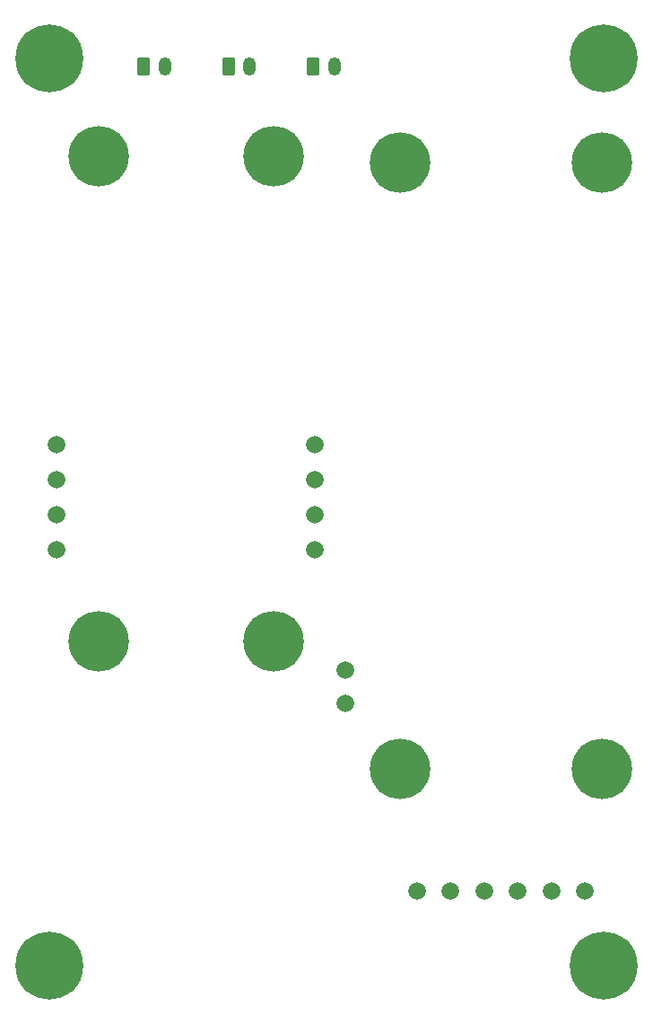
<source format=gbr>
%TF.GenerationSoftware,KiCad,Pcbnew,6.0.2*%
%TF.CreationDate,2022-02-14T22:33:10-06:00*%
%TF.ProjectId,ALTIMETER_HOLDER,414c5449-4d45-4544-9552-5f484f4c4445,rev?*%
%TF.SameCoordinates,Original*%
%TF.FileFunction,Soldermask,Bot*%
%TF.FilePolarity,Negative*%
%FSLAX46Y46*%
G04 Gerber Fmt 4.6, Leading zero omitted, Abs format (unit mm)*
G04 Created by KiCad (PCBNEW 6.0.2) date 2022-02-14 22:33:10*
%MOMM*%
%LPD*%
G01*
G04 APERTURE LIST*
G04 Aperture macros list*
%AMRoundRect*
0 Rectangle with rounded corners*
0 $1 Rounding radius*
0 $2 $3 $4 $5 $6 $7 $8 $9 X,Y pos of 4 corners*
0 Add a 4 corners polygon primitive as box body*
4,1,4,$2,$3,$4,$5,$6,$7,$8,$9,$2,$3,0*
0 Add four circle primitives for the rounded corners*
1,1,$1+$1,$2,$3*
1,1,$1+$1,$4,$5*
1,1,$1+$1,$6,$7*
1,1,$1+$1,$8,$9*
0 Add four rect primitives between the rounded corners*
20,1,$1+$1,$2,$3,$4,$5,0*
20,1,$1+$1,$4,$5,$6,$7,0*
20,1,$1+$1,$6,$7,$8,$9,0*
20,1,$1+$1,$8,$9,$2,$3,0*%
G04 Aperture macros list end*
%ADD10RoundRect,0.250000X-0.350000X-0.625000X0.350000X-0.625000X0.350000X0.625000X-0.350000X0.625000X0*%
%ADD11O,1.200000X1.750000*%
%ADD12C,0.800000*%
%ADD13C,6.400000*%
%ADD14C,1.660000*%
%ADD15C,3.600000*%
%ADD16C,5.700000*%
G04 APERTURE END LIST*
D10*
%TO.C,J3*%
X28400000Y-4250000D03*
D11*
X30400000Y-4250000D03*
%TD*%
D12*
%TO.C,REF\u002A\u002A*%
X58190000Y-3500000D03*
D13*
X55790000Y-3500000D03*
D12*
X57487056Y-1802944D03*
X55790000Y-1100000D03*
X53390000Y-3500000D03*
X54092944Y-1802944D03*
X57487056Y-5197056D03*
X55790000Y-5900000D03*
X54092944Y-5197056D03*
%TD*%
D14*
%TO.C,A2*%
X4162000Y-39918000D03*
X4162000Y-43220000D03*
X4162000Y-46522000D03*
X4162000Y-49824000D03*
X28538000Y-39918000D03*
X28538000Y-43220000D03*
X28538000Y-46522000D03*
X28538000Y-49824000D03*
D15*
X24605000Y-12740000D03*
D16*
X24605000Y-58460000D03*
D15*
X8095000Y-58460000D03*
D16*
X8095000Y-58460000D03*
X8095000Y-12740000D03*
D15*
X24605000Y-58460000D03*
D16*
X24605000Y-12740000D03*
D15*
X8095000Y-12740000D03*
%TD*%
D10*
%TO.C,J1*%
X12400000Y-4250000D03*
D11*
X14400000Y-4250000D03*
%TD*%
D10*
%TO.C,J2*%
X20400000Y-4250000D03*
D11*
X22400000Y-4250000D03*
%TD*%
D12*
%TO.C,REF\u002A\u002A*%
X3500000Y-5900000D03*
X5197056Y-5197056D03*
X5197056Y-1802944D03*
X1802944Y-1802944D03*
D13*
X3500000Y-3500000D03*
D12*
X5900000Y-3500000D03*
X1802944Y-5197056D03*
X3500000Y-1100000D03*
X1100000Y-3500000D03*
%TD*%
D14*
%TO.C,A1*%
X31400000Y-61140900D03*
X31400000Y-64315900D03*
X38162500Y-81975000D03*
X41337500Y-81975000D03*
X44512500Y-81975000D03*
X47687500Y-81975000D03*
X50862500Y-81975000D03*
X54037500Y-81975000D03*
D15*
X36575000Y-70475400D03*
D16*
X36575000Y-70475400D03*
D15*
X55625000Y-13325400D03*
D16*
X55625000Y-13325400D03*
D15*
X55625000Y-70475400D03*
D16*
X36575000Y-13325400D03*
D15*
X36575000Y-13325400D03*
D16*
X55625000Y-70475400D03*
%TD*%
D12*
%TO.C,REF\u002A\u002A*%
X1792944Y-87312944D03*
X5890000Y-89010000D03*
X1792944Y-90707056D03*
X3490000Y-91410000D03*
X1090000Y-89010000D03*
X5187056Y-87312944D03*
X5187056Y-90707056D03*
X3490000Y-86610000D03*
D13*
X3490000Y-89010000D03*
%TD*%
D12*
%TO.C,REF\u002A\u002A*%
X54092944Y-87302944D03*
X58190000Y-89000000D03*
X53390000Y-89000000D03*
X57487056Y-87302944D03*
D13*
X55790000Y-89000000D03*
D12*
X54092944Y-90697056D03*
X57487056Y-90697056D03*
X55790000Y-91400000D03*
X55790000Y-86600000D03*
%TD*%
M02*

</source>
